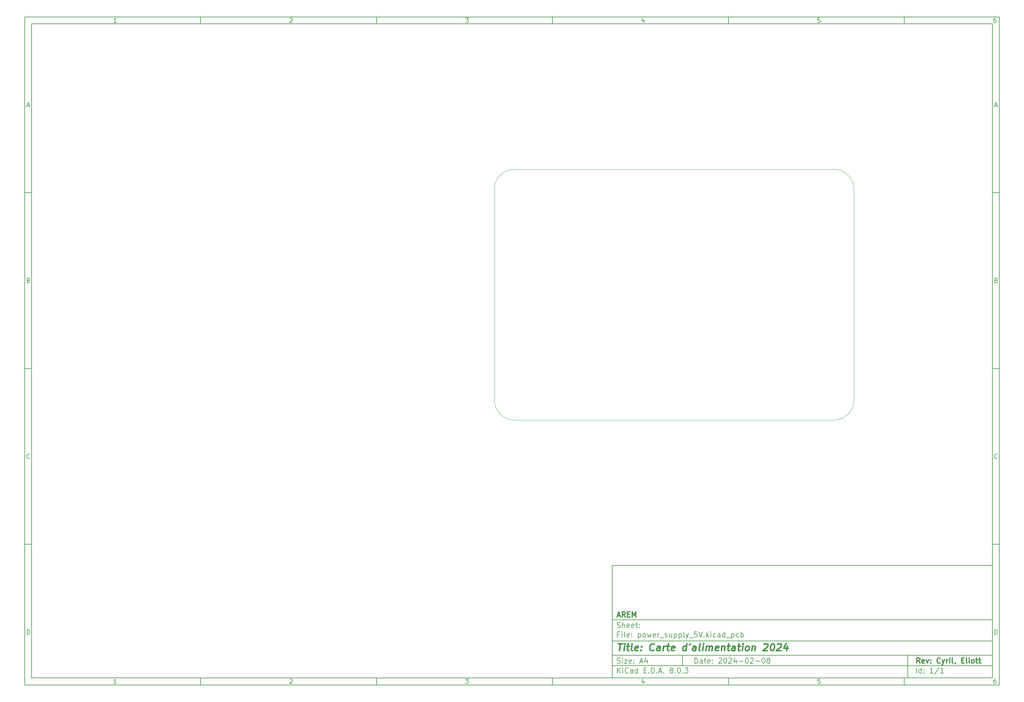
<source format=gbr>
%TF.GenerationSoftware,KiCad,Pcbnew,8.0.3*%
%TF.CreationDate,2024-09-28T16:10:37+02:00*%
%TF.ProjectId,power_supply_5V,706f7765-725f-4737-9570-706c795f3556,Cyril_ Eliott*%
%TF.SameCoordinates,Original*%
%TF.FileFunction,Profile,NP*%
%FSLAX46Y46*%
G04 Gerber Fmt 4.6, Leading zero omitted, Abs format (unit mm)*
G04 Created by KiCad (PCBNEW 8.0.3) date 2024-09-28 16:10:37*
%MOMM*%
%LPD*%
G01*
G04 APERTURE LIST*
%ADD10C,0.100000*%
%ADD11C,0.150000*%
%ADD12C,0.300000*%
%ADD13C,0.400000*%
%TA.AperFunction,Profile*%
%ADD14C,0.100000*%
%TD*%
G04 APERTURE END LIST*
D10*
D11*
X177002200Y-166007200D02*
X285002200Y-166007200D01*
X285002200Y-198007200D01*
X177002200Y-198007200D01*
X177002200Y-166007200D01*
D10*
D11*
X10000000Y-10000000D02*
X287002200Y-10000000D01*
X287002200Y-200007200D01*
X10000000Y-200007200D01*
X10000000Y-10000000D01*
D10*
D11*
X12000000Y-12000000D02*
X285002200Y-12000000D01*
X285002200Y-198007200D01*
X12000000Y-198007200D01*
X12000000Y-12000000D01*
D10*
D11*
X60000000Y-12000000D02*
X60000000Y-10000000D01*
D10*
D11*
X110000000Y-12000000D02*
X110000000Y-10000000D01*
D10*
D11*
X160000000Y-12000000D02*
X160000000Y-10000000D01*
D10*
D11*
X210000000Y-12000000D02*
X210000000Y-10000000D01*
D10*
D11*
X260000000Y-12000000D02*
X260000000Y-10000000D01*
D10*
D11*
X36089160Y-11593604D02*
X35346303Y-11593604D01*
X35717731Y-11593604D02*
X35717731Y-10293604D01*
X35717731Y-10293604D02*
X35593922Y-10479319D01*
X35593922Y-10479319D02*
X35470112Y-10603128D01*
X35470112Y-10603128D02*
X35346303Y-10665033D01*
D10*
D11*
X85346303Y-10417414D02*
X85408207Y-10355509D01*
X85408207Y-10355509D02*
X85532017Y-10293604D01*
X85532017Y-10293604D02*
X85841541Y-10293604D01*
X85841541Y-10293604D02*
X85965350Y-10355509D01*
X85965350Y-10355509D02*
X86027255Y-10417414D01*
X86027255Y-10417414D02*
X86089160Y-10541223D01*
X86089160Y-10541223D02*
X86089160Y-10665033D01*
X86089160Y-10665033D02*
X86027255Y-10850747D01*
X86027255Y-10850747D02*
X85284398Y-11593604D01*
X85284398Y-11593604D02*
X86089160Y-11593604D01*
D10*
D11*
X135284398Y-10293604D02*
X136089160Y-10293604D01*
X136089160Y-10293604D02*
X135655826Y-10788842D01*
X135655826Y-10788842D02*
X135841541Y-10788842D01*
X135841541Y-10788842D02*
X135965350Y-10850747D01*
X135965350Y-10850747D02*
X136027255Y-10912652D01*
X136027255Y-10912652D02*
X136089160Y-11036461D01*
X136089160Y-11036461D02*
X136089160Y-11345985D01*
X136089160Y-11345985D02*
X136027255Y-11469795D01*
X136027255Y-11469795D02*
X135965350Y-11531700D01*
X135965350Y-11531700D02*
X135841541Y-11593604D01*
X135841541Y-11593604D02*
X135470112Y-11593604D01*
X135470112Y-11593604D02*
X135346303Y-11531700D01*
X135346303Y-11531700D02*
X135284398Y-11469795D01*
D10*
D11*
X185965350Y-10726938D02*
X185965350Y-11593604D01*
X185655826Y-10231700D02*
X185346303Y-11160271D01*
X185346303Y-11160271D02*
X186151064Y-11160271D01*
D10*
D11*
X236027255Y-10293604D02*
X235408207Y-10293604D01*
X235408207Y-10293604D02*
X235346303Y-10912652D01*
X235346303Y-10912652D02*
X235408207Y-10850747D01*
X235408207Y-10850747D02*
X235532017Y-10788842D01*
X235532017Y-10788842D02*
X235841541Y-10788842D01*
X235841541Y-10788842D02*
X235965350Y-10850747D01*
X235965350Y-10850747D02*
X236027255Y-10912652D01*
X236027255Y-10912652D02*
X236089160Y-11036461D01*
X236089160Y-11036461D02*
X236089160Y-11345985D01*
X236089160Y-11345985D02*
X236027255Y-11469795D01*
X236027255Y-11469795D02*
X235965350Y-11531700D01*
X235965350Y-11531700D02*
X235841541Y-11593604D01*
X235841541Y-11593604D02*
X235532017Y-11593604D01*
X235532017Y-11593604D02*
X235408207Y-11531700D01*
X235408207Y-11531700D02*
X235346303Y-11469795D01*
D10*
D11*
X285965350Y-10293604D02*
X285717731Y-10293604D01*
X285717731Y-10293604D02*
X285593922Y-10355509D01*
X285593922Y-10355509D02*
X285532017Y-10417414D01*
X285532017Y-10417414D02*
X285408207Y-10603128D01*
X285408207Y-10603128D02*
X285346303Y-10850747D01*
X285346303Y-10850747D02*
X285346303Y-11345985D01*
X285346303Y-11345985D02*
X285408207Y-11469795D01*
X285408207Y-11469795D02*
X285470112Y-11531700D01*
X285470112Y-11531700D02*
X285593922Y-11593604D01*
X285593922Y-11593604D02*
X285841541Y-11593604D01*
X285841541Y-11593604D02*
X285965350Y-11531700D01*
X285965350Y-11531700D02*
X286027255Y-11469795D01*
X286027255Y-11469795D02*
X286089160Y-11345985D01*
X286089160Y-11345985D02*
X286089160Y-11036461D01*
X286089160Y-11036461D02*
X286027255Y-10912652D01*
X286027255Y-10912652D02*
X285965350Y-10850747D01*
X285965350Y-10850747D02*
X285841541Y-10788842D01*
X285841541Y-10788842D02*
X285593922Y-10788842D01*
X285593922Y-10788842D02*
X285470112Y-10850747D01*
X285470112Y-10850747D02*
X285408207Y-10912652D01*
X285408207Y-10912652D02*
X285346303Y-11036461D01*
D10*
D11*
X60000000Y-198007200D02*
X60000000Y-200007200D01*
D10*
D11*
X110000000Y-198007200D02*
X110000000Y-200007200D01*
D10*
D11*
X160000000Y-198007200D02*
X160000000Y-200007200D01*
D10*
D11*
X210000000Y-198007200D02*
X210000000Y-200007200D01*
D10*
D11*
X260000000Y-198007200D02*
X260000000Y-200007200D01*
D10*
D11*
X36089160Y-199600804D02*
X35346303Y-199600804D01*
X35717731Y-199600804D02*
X35717731Y-198300804D01*
X35717731Y-198300804D02*
X35593922Y-198486519D01*
X35593922Y-198486519D02*
X35470112Y-198610328D01*
X35470112Y-198610328D02*
X35346303Y-198672233D01*
D10*
D11*
X85346303Y-198424614D02*
X85408207Y-198362709D01*
X85408207Y-198362709D02*
X85532017Y-198300804D01*
X85532017Y-198300804D02*
X85841541Y-198300804D01*
X85841541Y-198300804D02*
X85965350Y-198362709D01*
X85965350Y-198362709D02*
X86027255Y-198424614D01*
X86027255Y-198424614D02*
X86089160Y-198548423D01*
X86089160Y-198548423D02*
X86089160Y-198672233D01*
X86089160Y-198672233D02*
X86027255Y-198857947D01*
X86027255Y-198857947D02*
X85284398Y-199600804D01*
X85284398Y-199600804D02*
X86089160Y-199600804D01*
D10*
D11*
X135284398Y-198300804D02*
X136089160Y-198300804D01*
X136089160Y-198300804D02*
X135655826Y-198796042D01*
X135655826Y-198796042D02*
X135841541Y-198796042D01*
X135841541Y-198796042D02*
X135965350Y-198857947D01*
X135965350Y-198857947D02*
X136027255Y-198919852D01*
X136027255Y-198919852D02*
X136089160Y-199043661D01*
X136089160Y-199043661D02*
X136089160Y-199353185D01*
X136089160Y-199353185D02*
X136027255Y-199476995D01*
X136027255Y-199476995D02*
X135965350Y-199538900D01*
X135965350Y-199538900D02*
X135841541Y-199600804D01*
X135841541Y-199600804D02*
X135470112Y-199600804D01*
X135470112Y-199600804D02*
X135346303Y-199538900D01*
X135346303Y-199538900D02*
X135284398Y-199476995D01*
D10*
D11*
X185965350Y-198734138D02*
X185965350Y-199600804D01*
X185655826Y-198238900D02*
X185346303Y-199167471D01*
X185346303Y-199167471D02*
X186151064Y-199167471D01*
D10*
D11*
X236027255Y-198300804D02*
X235408207Y-198300804D01*
X235408207Y-198300804D02*
X235346303Y-198919852D01*
X235346303Y-198919852D02*
X235408207Y-198857947D01*
X235408207Y-198857947D02*
X235532017Y-198796042D01*
X235532017Y-198796042D02*
X235841541Y-198796042D01*
X235841541Y-198796042D02*
X235965350Y-198857947D01*
X235965350Y-198857947D02*
X236027255Y-198919852D01*
X236027255Y-198919852D02*
X236089160Y-199043661D01*
X236089160Y-199043661D02*
X236089160Y-199353185D01*
X236089160Y-199353185D02*
X236027255Y-199476995D01*
X236027255Y-199476995D02*
X235965350Y-199538900D01*
X235965350Y-199538900D02*
X235841541Y-199600804D01*
X235841541Y-199600804D02*
X235532017Y-199600804D01*
X235532017Y-199600804D02*
X235408207Y-199538900D01*
X235408207Y-199538900D02*
X235346303Y-199476995D01*
D10*
D11*
X285965350Y-198300804D02*
X285717731Y-198300804D01*
X285717731Y-198300804D02*
X285593922Y-198362709D01*
X285593922Y-198362709D02*
X285532017Y-198424614D01*
X285532017Y-198424614D02*
X285408207Y-198610328D01*
X285408207Y-198610328D02*
X285346303Y-198857947D01*
X285346303Y-198857947D02*
X285346303Y-199353185D01*
X285346303Y-199353185D02*
X285408207Y-199476995D01*
X285408207Y-199476995D02*
X285470112Y-199538900D01*
X285470112Y-199538900D02*
X285593922Y-199600804D01*
X285593922Y-199600804D02*
X285841541Y-199600804D01*
X285841541Y-199600804D02*
X285965350Y-199538900D01*
X285965350Y-199538900D02*
X286027255Y-199476995D01*
X286027255Y-199476995D02*
X286089160Y-199353185D01*
X286089160Y-199353185D02*
X286089160Y-199043661D01*
X286089160Y-199043661D02*
X286027255Y-198919852D01*
X286027255Y-198919852D02*
X285965350Y-198857947D01*
X285965350Y-198857947D02*
X285841541Y-198796042D01*
X285841541Y-198796042D02*
X285593922Y-198796042D01*
X285593922Y-198796042D02*
X285470112Y-198857947D01*
X285470112Y-198857947D02*
X285408207Y-198919852D01*
X285408207Y-198919852D02*
X285346303Y-199043661D01*
D10*
D11*
X10000000Y-60000000D02*
X12000000Y-60000000D01*
D10*
D11*
X10000000Y-110000000D02*
X12000000Y-110000000D01*
D10*
D11*
X10000000Y-160000000D02*
X12000000Y-160000000D01*
D10*
D11*
X10690476Y-35222176D02*
X11309523Y-35222176D01*
X10566666Y-35593604D02*
X10999999Y-34293604D01*
X10999999Y-34293604D02*
X11433333Y-35593604D01*
D10*
D11*
X11092857Y-84912652D02*
X11278571Y-84974557D01*
X11278571Y-84974557D02*
X11340476Y-85036461D01*
X11340476Y-85036461D02*
X11402380Y-85160271D01*
X11402380Y-85160271D02*
X11402380Y-85345985D01*
X11402380Y-85345985D02*
X11340476Y-85469795D01*
X11340476Y-85469795D02*
X11278571Y-85531700D01*
X11278571Y-85531700D02*
X11154761Y-85593604D01*
X11154761Y-85593604D02*
X10659523Y-85593604D01*
X10659523Y-85593604D02*
X10659523Y-84293604D01*
X10659523Y-84293604D02*
X11092857Y-84293604D01*
X11092857Y-84293604D02*
X11216666Y-84355509D01*
X11216666Y-84355509D02*
X11278571Y-84417414D01*
X11278571Y-84417414D02*
X11340476Y-84541223D01*
X11340476Y-84541223D02*
X11340476Y-84665033D01*
X11340476Y-84665033D02*
X11278571Y-84788842D01*
X11278571Y-84788842D02*
X11216666Y-84850747D01*
X11216666Y-84850747D02*
X11092857Y-84912652D01*
X11092857Y-84912652D02*
X10659523Y-84912652D01*
D10*
D11*
X11402380Y-135469795D02*
X11340476Y-135531700D01*
X11340476Y-135531700D02*
X11154761Y-135593604D01*
X11154761Y-135593604D02*
X11030952Y-135593604D01*
X11030952Y-135593604D02*
X10845238Y-135531700D01*
X10845238Y-135531700D02*
X10721428Y-135407890D01*
X10721428Y-135407890D02*
X10659523Y-135284080D01*
X10659523Y-135284080D02*
X10597619Y-135036461D01*
X10597619Y-135036461D02*
X10597619Y-134850747D01*
X10597619Y-134850747D02*
X10659523Y-134603128D01*
X10659523Y-134603128D02*
X10721428Y-134479319D01*
X10721428Y-134479319D02*
X10845238Y-134355509D01*
X10845238Y-134355509D02*
X11030952Y-134293604D01*
X11030952Y-134293604D02*
X11154761Y-134293604D01*
X11154761Y-134293604D02*
X11340476Y-134355509D01*
X11340476Y-134355509D02*
X11402380Y-134417414D01*
D10*
D11*
X10659523Y-185593604D02*
X10659523Y-184293604D01*
X10659523Y-184293604D02*
X10969047Y-184293604D01*
X10969047Y-184293604D02*
X11154761Y-184355509D01*
X11154761Y-184355509D02*
X11278571Y-184479319D01*
X11278571Y-184479319D02*
X11340476Y-184603128D01*
X11340476Y-184603128D02*
X11402380Y-184850747D01*
X11402380Y-184850747D02*
X11402380Y-185036461D01*
X11402380Y-185036461D02*
X11340476Y-185284080D01*
X11340476Y-185284080D02*
X11278571Y-185407890D01*
X11278571Y-185407890D02*
X11154761Y-185531700D01*
X11154761Y-185531700D02*
X10969047Y-185593604D01*
X10969047Y-185593604D02*
X10659523Y-185593604D01*
D10*
D11*
X287002200Y-60000000D02*
X285002200Y-60000000D01*
D10*
D11*
X287002200Y-110000000D02*
X285002200Y-110000000D01*
D10*
D11*
X287002200Y-160000000D02*
X285002200Y-160000000D01*
D10*
D11*
X285692676Y-35222176D02*
X286311723Y-35222176D01*
X285568866Y-35593604D02*
X286002199Y-34293604D01*
X286002199Y-34293604D02*
X286435533Y-35593604D01*
D10*
D11*
X286095057Y-84912652D02*
X286280771Y-84974557D01*
X286280771Y-84974557D02*
X286342676Y-85036461D01*
X286342676Y-85036461D02*
X286404580Y-85160271D01*
X286404580Y-85160271D02*
X286404580Y-85345985D01*
X286404580Y-85345985D02*
X286342676Y-85469795D01*
X286342676Y-85469795D02*
X286280771Y-85531700D01*
X286280771Y-85531700D02*
X286156961Y-85593604D01*
X286156961Y-85593604D02*
X285661723Y-85593604D01*
X285661723Y-85593604D02*
X285661723Y-84293604D01*
X285661723Y-84293604D02*
X286095057Y-84293604D01*
X286095057Y-84293604D02*
X286218866Y-84355509D01*
X286218866Y-84355509D02*
X286280771Y-84417414D01*
X286280771Y-84417414D02*
X286342676Y-84541223D01*
X286342676Y-84541223D02*
X286342676Y-84665033D01*
X286342676Y-84665033D02*
X286280771Y-84788842D01*
X286280771Y-84788842D02*
X286218866Y-84850747D01*
X286218866Y-84850747D02*
X286095057Y-84912652D01*
X286095057Y-84912652D02*
X285661723Y-84912652D01*
D10*
D11*
X286404580Y-135469795D02*
X286342676Y-135531700D01*
X286342676Y-135531700D02*
X286156961Y-135593604D01*
X286156961Y-135593604D02*
X286033152Y-135593604D01*
X286033152Y-135593604D02*
X285847438Y-135531700D01*
X285847438Y-135531700D02*
X285723628Y-135407890D01*
X285723628Y-135407890D02*
X285661723Y-135284080D01*
X285661723Y-135284080D02*
X285599819Y-135036461D01*
X285599819Y-135036461D02*
X285599819Y-134850747D01*
X285599819Y-134850747D02*
X285661723Y-134603128D01*
X285661723Y-134603128D02*
X285723628Y-134479319D01*
X285723628Y-134479319D02*
X285847438Y-134355509D01*
X285847438Y-134355509D02*
X286033152Y-134293604D01*
X286033152Y-134293604D02*
X286156961Y-134293604D01*
X286156961Y-134293604D02*
X286342676Y-134355509D01*
X286342676Y-134355509D02*
X286404580Y-134417414D01*
D10*
D11*
X285661723Y-185593604D02*
X285661723Y-184293604D01*
X285661723Y-184293604D02*
X285971247Y-184293604D01*
X285971247Y-184293604D02*
X286156961Y-184355509D01*
X286156961Y-184355509D02*
X286280771Y-184479319D01*
X286280771Y-184479319D02*
X286342676Y-184603128D01*
X286342676Y-184603128D02*
X286404580Y-184850747D01*
X286404580Y-184850747D02*
X286404580Y-185036461D01*
X286404580Y-185036461D02*
X286342676Y-185284080D01*
X286342676Y-185284080D02*
X286280771Y-185407890D01*
X286280771Y-185407890D02*
X286156961Y-185531700D01*
X286156961Y-185531700D02*
X285971247Y-185593604D01*
X285971247Y-185593604D02*
X285661723Y-185593604D01*
D10*
D11*
X200458026Y-193793328D02*
X200458026Y-192293328D01*
X200458026Y-192293328D02*
X200815169Y-192293328D01*
X200815169Y-192293328D02*
X201029455Y-192364757D01*
X201029455Y-192364757D02*
X201172312Y-192507614D01*
X201172312Y-192507614D02*
X201243741Y-192650471D01*
X201243741Y-192650471D02*
X201315169Y-192936185D01*
X201315169Y-192936185D02*
X201315169Y-193150471D01*
X201315169Y-193150471D02*
X201243741Y-193436185D01*
X201243741Y-193436185D02*
X201172312Y-193579042D01*
X201172312Y-193579042D02*
X201029455Y-193721900D01*
X201029455Y-193721900D02*
X200815169Y-193793328D01*
X200815169Y-193793328D02*
X200458026Y-193793328D01*
X202600884Y-193793328D02*
X202600884Y-193007614D01*
X202600884Y-193007614D02*
X202529455Y-192864757D01*
X202529455Y-192864757D02*
X202386598Y-192793328D01*
X202386598Y-192793328D02*
X202100884Y-192793328D01*
X202100884Y-192793328D02*
X201958026Y-192864757D01*
X202600884Y-193721900D02*
X202458026Y-193793328D01*
X202458026Y-193793328D02*
X202100884Y-193793328D01*
X202100884Y-193793328D02*
X201958026Y-193721900D01*
X201958026Y-193721900D02*
X201886598Y-193579042D01*
X201886598Y-193579042D02*
X201886598Y-193436185D01*
X201886598Y-193436185D02*
X201958026Y-193293328D01*
X201958026Y-193293328D02*
X202100884Y-193221900D01*
X202100884Y-193221900D02*
X202458026Y-193221900D01*
X202458026Y-193221900D02*
X202600884Y-193150471D01*
X203100884Y-192793328D02*
X203672312Y-192793328D01*
X203315169Y-192293328D02*
X203315169Y-193579042D01*
X203315169Y-193579042D02*
X203386598Y-193721900D01*
X203386598Y-193721900D02*
X203529455Y-193793328D01*
X203529455Y-193793328D02*
X203672312Y-193793328D01*
X204743741Y-193721900D02*
X204600884Y-193793328D01*
X204600884Y-193793328D02*
X204315170Y-193793328D01*
X204315170Y-193793328D02*
X204172312Y-193721900D01*
X204172312Y-193721900D02*
X204100884Y-193579042D01*
X204100884Y-193579042D02*
X204100884Y-193007614D01*
X204100884Y-193007614D02*
X204172312Y-192864757D01*
X204172312Y-192864757D02*
X204315170Y-192793328D01*
X204315170Y-192793328D02*
X204600884Y-192793328D01*
X204600884Y-192793328D02*
X204743741Y-192864757D01*
X204743741Y-192864757D02*
X204815170Y-193007614D01*
X204815170Y-193007614D02*
X204815170Y-193150471D01*
X204815170Y-193150471D02*
X204100884Y-193293328D01*
X205458026Y-193650471D02*
X205529455Y-193721900D01*
X205529455Y-193721900D02*
X205458026Y-193793328D01*
X205458026Y-193793328D02*
X205386598Y-193721900D01*
X205386598Y-193721900D02*
X205458026Y-193650471D01*
X205458026Y-193650471D02*
X205458026Y-193793328D01*
X205458026Y-192864757D02*
X205529455Y-192936185D01*
X205529455Y-192936185D02*
X205458026Y-193007614D01*
X205458026Y-193007614D02*
X205386598Y-192936185D01*
X205386598Y-192936185D02*
X205458026Y-192864757D01*
X205458026Y-192864757D02*
X205458026Y-193007614D01*
X207243741Y-192436185D02*
X207315169Y-192364757D01*
X207315169Y-192364757D02*
X207458027Y-192293328D01*
X207458027Y-192293328D02*
X207815169Y-192293328D01*
X207815169Y-192293328D02*
X207958027Y-192364757D01*
X207958027Y-192364757D02*
X208029455Y-192436185D01*
X208029455Y-192436185D02*
X208100884Y-192579042D01*
X208100884Y-192579042D02*
X208100884Y-192721900D01*
X208100884Y-192721900D02*
X208029455Y-192936185D01*
X208029455Y-192936185D02*
X207172312Y-193793328D01*
X207172312Y-193793328D02*
X208100884Y-193793328D01*
X209029455Y-192293328D02*
X209172312Y-192293328D01*
X209172312Y-192293328D02*
X209315169Y-192364757D01*
X209315169Y-192364757D02*
X209386598Y-192436185D01*
X209386598Y-192436185D02*
X209458026Y-192579042D01*
X209458026Y-192579042D02*
X209529455Y-192864757D01*
X209529455Y-192864757D02*
X209529455Y-193221900D01*
X209529455Y-193221900D02*
X209458026Y-193507614D01*
X209458026Y-193507614D02*
X209386598Y-193650471D01*
X209386598Y-193650471D02*
X209315169Y-193721900D01*
X209315169Y-193721900D02*
X209172312Y-193793328D01*
X209172312Y-193793328D02*
X209029455Y-193793328D01*
X209029455Y-193793328D02*
X208886598Y-193721900D01*
X208886598Y-193721900D02*
X208815169Y-193650471D01*
X208815169Y-193650471D02*
X208743740Y-193507614D01*
X208743740Y-193507614D02*
X208672312Y-193221900D01*
X208672312Y-193221900D02*
X208672312Y-192864757D01*
X208672312Y-192864757D02*
X208743740Y-192579042D01*
X208743740Y-192579042D02*
X208815169Y-192436185D01*
X208815169Y-192436185D02*
X208886598Y-192364757D01*
X208886598Y-192364757D02*
X209029455Y-192293328D01*
X210100883Y-192436185D02*
X210172311Y-192364757D01*
X210172311Y-192364757D02*
X210315169Y-192293328D01*
X210315169Y-192293328D02*
X210672311Y-192293328D01*
X210672311Y-192293328D02*
X210815169Y-192364757D01*
X210815169Y-192364757D02*
X210886597Y-192436185D01*
X210886597Y-192436185D02*
X210958026Y-192579042D01*
X210958026Y-192579042D02*
X210958026Y-192721900D01*
X210958026Y-192721900D02*
X210886597Y-192936185D01*
X210886597Y-192936185D02*
X210029454Y-193793328D01*
X210029454Y-193793328D02*
X210958026Y-193793328D01*
X212243740Y-192793328D02*
X212243740Y-193793328D01*
X211886597Y-192221900D02*
X211529454Y-193293328D01*
X211529454Y-193293328D02*
X212458025Y-193293328D01*
X213029453Y-193221900D02*
X214172311Y-193221900D01*
X215172311Y-192293328D02*
X215315168Y-192293328D01*
X215315168Y-192293328D02*
X215458025Y-192364757D01*
X215458025Y-192364757D02*
X215529454Y-192436185D01*
X215529454Y-192436185D02*
X215600882Y-192579042D01*
X215600882Y-192579042D02*
X215672311Y-192864757D01*
X215672311Y-192864757D02*
X215672311Y-193221900D01*
X215672311Y-193221900D02*
X215600882Y-193507614D01*
X215600882Y-193507614D02*
X215529454Y-193650471D01*
X215529454Y-193650471D02*
X215458025Y-193721900D01*
X215458025Y-193721900D02*
X215315168Y-193793328D01*
X215315168Y-193793328D02*
X215172311Y-193793328D01*
X215172311Y-193793328D02*
X215029454Y-193721900D01*
X215029454Y-193721900D02*
X214958025Y-193650471D01*
X214958025Y-193650471D02*
X214886596Y-193507614D01*
X214886596Y-193507614D02*
X214815168Y-193221900D01*
X214815168Y-193221900D02*
X214815168Y-192864757D01*
X214815168Y-192864757D02*
X214886596Y-192579042D01*
X214886596Y-192579042D02*
X214958025Y-192436185D01*
X214958025Y-192436185D02*
X215029454Y-192364757D01*
X215029454Y-192364757D02*
X215172311Y-192293328D01*
X216243739Y-192436185D02*
X216315167Y-192364757D01*
X216315167Y-192364757D02*
X216458025Y-192293328D01*
X216458025Y-192293328D02*
X216815167Y-192293328D01*
X216815167Y-192293328D02*
X216958025Y-192364757D01*
X216958025Y-192364757D02*
X217029453Y-192436185D01*
X217029453Y-192436185D02*
X217100882Y-192579042D01*
X217100882Y-192579042D02*
X217100882Y-192721900D01*
X217100882Y-192721900D02*
X217029453Y-192936185D01*
X217029453Y-192936185D02*
X216172310Y-193793328D01*
X216172310Y-193793328D02*
X217100882Y-193793328D01*
X217743738Y-193221900D02*
X218886596Y-193221900D01*
X219886596Y-192293328D02*
X220029453Y-192293328D01*
X220029453Y-192293328D02*
X220172310Y-192364757D01*
X220172310Y-192364757D02*
X220243739Y-192436185D01*
X220243739Y-192436185D02*
X220315167Y-192579042D01*
X220315167Y-192579042D02*
X220386596Y-192864757D01*
X220386596Y-192864757D02*
X220386596Y-193221900D01*
X220386596Y-193221900D02*
X220315167Y-193507614D01*
X220315167Y-193507614D02*
X220243739Y-193650471D01*
X220243739Y-193650471D02*
X220172310Y-193721900D01*
X220172310Y-193721900D02*
X220029453Y-193793328D01*
X220029453Y-193793328D02*
X219886596Y-193793328D01*
X219886596Y-193793328D02*
X219743739Y-193721900D01*
X219743739Y-193721900D02*
X219672310Y-193650471D01*
X219672310Y-193650471D02*
X219600881Y-193507614D01*
X219600881Y-193507614D02*
X219529453Y-193221900D01*
X219529453Y-193221900D02*
X219529453Y-192864757D01*
X219529453Y-192864757D02*
X219600881Y-192579042D01*
X219600881Y-192579042D02*
X219672310Y-192436185D01*
X219672310Y-192436185D02*
X219743739Y-192364757D01*
X219743739Y-192364757D02*
X219886596Y-192293328D01*
X221243738Y-192936185D02*
X221100881Y-192864757D01*
X221100881Y-192864757D02*
X221029452Y-192793328D01*
X221029452Y-192793328D02*
X220958024Y-192650471D01*
X220958024Y-192650471D02*
X220958024Y-192579042D01*
X220958024Y-192579042D02*
X221029452Y-192436185D01*
X221029452Y-192436185D02*
X221100881Y-192364757D01*
X221100881Y-192364757D02*
X221243738Y-192293328D01*
X221243738Y-192293328D02*
X221529452Y-192293328D01*
X221529452Y-192293328D02*
X221672310Y-192364757D01*
X221672310Y-192364757D02*
X221743738Y-192436185D01*
X221743738Y-192436185D02*
X221815167Y-192579042D01*
X221815167Y-192579042D02*
X221815167Y-192650471D01*
X221815167Y-192650471D02*
X221743738Y-192793328D01*
X221743738Y-192793328D02*
X221672310Y-192864757D01*
X221672310Y-192864757D02*
X221529452Y-192936185D01*
X221529452Y-192936185D02*
X221243738Y-192936185D01*
X221243738Y-192936185D02*
X221100881Y-193007614D01*
X221100881Y-193007614D02*
X221029452Y-193079042D01*
X221029452Y-193079042D02*
X220958024Y-193221900D01*
X220958024Y-193221900D02*
X220958024Y-193507614D01*
X220958024Y-193507614D02*
X221029452Y-193650471D01*
X221029452Y-193650471D02*
X221100881Y-193721900D01*
X221100881Y-193721900D02*
X221243738Y-193793328D01*
X221243738Y-193793328D02*
X221529452Y-193793328D01*
X221529452Y-193793328D02*
X221672310Y-193721900D01*
X221672310Y-193721900D02*
X221743738Y-193650471D01*
X221743738Y-193650471D02*
X221815167Y-193507614D01*
X221815167Y-193507614D02*
X221815167Y-193221900D01*
X221815167Y-193221900D02*
X221743738Y-193079042D01*
X221743738Y-193079042D02*
X221672310Y-193007614D01*
X221672310Y-193007614D02*
X221529452Y-192936185D01*
D10*
D11*
X177002200Y-194507200D02*
X285002200Y-194507200D01*
D10*
D11*
X178458026Y-196593328D02*
X178458026Y-195093328D01*
X179315169Y-196593328D02*
X178672312Y-195736185D01*
X179315169Y-195093328D02*
X178458026Y-195950471D01*
X179958026Y-196593328D02*
X179958026Y-195593328D01*
X179958026Y-195093328D02*
X179886598Y-195164757D01*
X179886598Y-195164757D02*
X179958026Y-195236185D01*
X179958026Y-195236185D02*
X180029455Y-195164757D01*
X180029455Y-195164757D02*
X179958026Y-195093328D01*
X179958026Y-195093328D02*
X179958026Y-195236185D01*
X181529455Y-196450471D02*
X181458027Y-196521900D01*
X181458027Y-196521900D02*
X181243741Y-196593328D01*
X181243741Y-196593328D02*
X181100884Y-196593328D01*
X181100884Y-196593328D02*
X180886598Y-196521900D01*
X180886598Y-196521900D02*
X180743741Y-196379042D01*
X180743741Y-196379042D02*
X180672312Y-196236185D01*
X180672312Y-196236185D02*
X180600884Y-195950471D01*
X180600884Y-195950471D02*
X180600884Y-195736185D01*
X180600884Y-195736185D02*
X180672312Y-195450471D01*
X180672312Y-195450471D02*
X180743741Y-195307614D01*
X180743741Y-195307614D02*
X180886598Y-195164757D01*
X180886598Y-195164757D02*
X181100884Y-195093328D01*
X181100884Y-195093328D02*
X181243741Y-195093328D01*
X181243741Y-195093328D02*
X181458027Y-195164757D01*
X181458027Y-195164757D02*
X181529455Y-195236185D01*
X182815170Y-196593328D02*
X182815170Y-195807614D01*
X182815170Y-195807614D02*
X182743741Y-195664757D01*
X182743741Y-195664757D02*
X182600884Y-195593328D01*
X182600884Y-195593328D02*
X182315170Y-195593328D01*
X182315170Y-195593328D02*
X182172312Y-195664757D01*
X182815170Y-196521900D02*
X182672312Y-196593328D01*
X182672312Y-196593328D02*
X182315170Y-196593328D01*
X182315170Y-196593328D02*
X182172312Y-196521900D01*
X182172312Y-196521900D02*
X182100884Y-196379042D01*
X182100884Y-196379042D02*
X182100884Y-196236185D01*
X182100884Y-196236185D02*
X182172312Y-196093328D01*
X182172312Y-196093328D02*
X182315170Y-196021900D01*
X182315170Y-196021900D02*
X182672312Y-196021900D01*
X182672312Y-196021900D02*
X182815170Y-195950471D01*
X184172313Y-196593328D02*
X184172313Y-195093328D01*
X184172313Y-196521900D02*
X184029455Y-196593328D01*
X184029455Y-196593328D02*
X183743741Y-196593328D01*
X183743741Y-196593328D02*
X183600884Y-196521900D01*
X183600884Y-196521900D02*
X183529455Y-196450471D01*
X183529455Y-196450471D02*
X183458027Y-196307614D01*
X183458027Y-196307614D02*
X183458027Y-195879042D01*
X183458027Y-195879042D02*
X183529455Y-195736185D01*
X183529455Y-195736185D02*
X183600884Y-195664757D01*
X183600884Y-195664757D02*
X183743741Y-195593328D01*
X183743741Y-195593328D02*
X184029455Y-195593328D01*
X184029455Y-195593328D02*
X184172313Y-195664757D01*
X186029455Y-195807614D02*
X186529455Y-195807614D01*
X186743741Y-196593328D02*
X186029455Y-196593328D01*
X186029455Y-196593328D02*
X186029455Y-195093328D01*
X186029455Y-195093328D02*
X186743741Y-195093328D01*
X187386598Y-196450471D02*
X187458027Y-196521900D01*
X187458027Y-196521900D02*
X187386598Y-196593328D01*
X187386598Y-196593328D02*
X187315170Y-196521900D01*
X187315170Y-196521900D02*
X187386598Y-196450471D01*
X187386598Y-196450471D02*
X187386598Y-196593328D01*
X188100884Y-196593328D02*
X188100884Y-195093328D01*
X188100884Y-195093328D02*
X188458027Y-195093328D01*
X188458027Y-195093328D02*
X188672313Y-195164757D01*
X188672313Y-195164757D02*
X188815170Y-195307614D01*
X188815170Y-195307614D02*
X188886599Y-195450471D01*
X188886599Y-195450471D02*
X188958027Y-195736185D01*
X188958027Y-195736185D02*
X188958027Y-195950471D01*
X188958027Y-195950471D02*
X188886599Y-196236185D01*
X188886599Y-196236185D02*
X188815170Y-196379042D01*
X188815170Y-196379042D02*
X188672313Y-196521900D01*
X188672313Y-196521900D02*
X188458027Y-196593328D01*
X188458027Y-196593328D02*
X188100884Y-196593328D01*
X189600884Y-196450471D02*
X189672313Y-196521900D01*
X189672313Y-196521900D02*
X189600884Y-196593328D01*
X189600884Y-196593328D02*
X189529456Y-196521900D01*
X189529456Y-196521900D02*
X189600884Y-196450471D01*
X189600884Y-196450471D02*
X189600884Y-196593328D01*
X190243742Y-196164757D02*
X190958028Y-196164757D01*
X190100885Y-196593328D02*
X190600885Y-195093328D01*
X190600885Y-195093328D02*
X191100885Y-196593328D01*
X191600884Y-196450471D02*
X191672313Y-196521900D01*
X191672313Y-196521900D02*
X191600884Y-196593328D01*
X191600884Y-196593328D02*
X191529456Y-196521900D01*
X191529456Y-196521900D02*
X191600884Y-196450471D01*
X191600884Y-196450471D02*
X191600884Y-196593328D01*
X193672313Y-195736185D02*
X193529456Y-195664757D01*
X193529456Y-195664757D02*
X193458027Y-195593328D01*
X193458027Y-195593328D02*
X193386599Y-195450471D01*
X193386599Y-195450471D02*
X193386599Y-195379042D01*
X193386599Y-195379042D02*
X193458027Y-195236185D01*
X193458027Y-195236185D02*
X193529456Y-195164757D01*
X193529456Y-195164757D02*
X193672313Y-195093328D01*
X193672313Y-195093328D02*
X193958027Y-195093328D01*
X193958027Y-195093328D02*
X194100885Y-195164757D01*
X194100885Y-195164757D02*
X194172313Y-195236185D01*
X194172313Y-195236185D02*
X194243742Y-195379042D01*
X194243742Y-195379042D02*
X194243742Y-195450471D01*
X194243742Y-195450471D02*
X194172313Y-195593328D01*
X194172313Y-195593328D02*
X194100885Y-195664757D01*
X194100885Y-195664757D02*
X193958027Y-195736185D01*
X193958027Y-195736185D02*
X193672313Y-195736185D01*
X193672313Y-195736185D02*
X193529456Y-195807614D01*
X193529456Y-195807614D02*
X193458027Y-195879042D01*
X193458027Y-195879042D02*
X193386599Y-196021900D01*
X193386599Y-196021900D02*
X193386599Y-196307614D01*
X193386599Y-196307614D02*
X193458027Y-196450471D01*
X193458027Y-196450471D02*
X193529456Y-196521900D01*
X193529456Y-196521900D02*
X193672313Y-196593328D01*
X193672313Y-196593328D02*
X193958027Y-196593328D01*
X193958027Y-196593328D02*
X194100885Y-196521900D01*
X194100885Y-196521900D02*
X194172313Y-196450471D01*
X194172313Y-196450471D02*
X194243742Y-196307614D01*
X194243742Y-196307614D02*
X194243742Y-196021900D01*
X194243742Y-196021900D02*
X194172313Y-195879042D01*
X194172313Y-195879042D02*
X194100885Y-195807614D01*
X194100885Y-195807614D02*
X193958027Y-195736185D01*
X194886598Y-196450471D02*
X194958027Y-196521900D01*
X194958027Y-196521900D02*
X194886598Y-196593328D01*
X194886598Y-196593328D02*
X194815170Y-196521900D01*
X194815170Y-196521900D02*
X194886598Y-196450471D01*
X194886598Y-196450471D02*
X194886598Y-196593328D01*
X195886599Y-195093328D02*
X196029456Y-195093328D01*
X196029456Y-195093328D02*
X196172313Y-195164757D01*
X196172313Y-195164757D02*
X196243742Y-195236185D01*
X196243742Y-195236185D02*
X196315170Y-195379042D01*
X196315170Y-195379042D02*
X196386599Y-195664757D01*
X196386599Y-195664757D02*
X196386599Y-196021900D01*
X196386599Y-196021900D02*
X196315170Y-196307614D01*
X196315170Y-196307614D02*
X196243742Y-196450471D01*
X196243742Y-196450471D02*
X196172313Y-196521900D01*
X196172313Y-196521900D02*
X196029456Y-196593328D01*
X196029456Y-196593328D02*
X195886599Y-196593328D01*
X195886599Y-196593328D02*
X195743742Y-196521900D01*
X195743742Y-196521900D02*
X195672313Y-196450471D01*
X195672313Y-196450471D02*
X195600884Y-196307614D01*
X195600884Y-196307614D02*
X195529456Y-196021900D01*
X195529456Y-196021900D02*
X195529456Y-195664757D01*
X195529456Y-195664757D02*
X195600884Y-195379042D01*
X195600884Y-195379042D02*
X195672313Y-195236185D01*
X195672313Y-195236185D02*
X195743742Y-195164757D01*
X195743742Y-195164757D02*
X195886599Y-195093328D01*
X197029455Y-196450471D02*
X197100884Y-196521900D01*
X197100884Y-196521900D02*
X197029455Y-196593328D01*
X197029455Y-196593328D02*
X196958027Y-196521900D01*
X196958027Y-196521900D02*
X197029455Y-196450471D01*
X197029455Y-196450471D02*
X197029455Y-196593328D01*
X197600884Y-195093328D02*
X198529456Y-195093328D01*
X198529456Y-195093328D02*
X198029456Y-195664757D01*
X198029456Y-195664757D02*
X198243741Y-195664757D01*
X198243741Y-195664757D02*
X198386599Y-195736185D01*
X198386599Y-195736185D02*
X198458027Y-195807614D01*
X198458027Y-195807614D02*
X198529456Y-195950471D01*
X198529456Y-195950471D02*
X198529456Y-196307614D01*
X198529456Y-196307614D02*
X198458027Y-196450471D01*
X198458027Y-196450471D02*
X198386599Y-196521900D01*
X198386599Y-196521900D02*
X198243741Y-196593328D01*
X198243741Y-196593328D02*
X197815170Y-196593328D01*
X197815170Y-196593328D02*
X197672313Y-196521900D01*
X197672313Y-196521900D02*
X197600884Y-196450471D01*
D10*
D11*
X177002200Y-191507200D02*
X285002200Y-191507200D01*
D10*
D12*
X264413853Y-193785528D02*
X263913853Y-193071242D01*
X263556710Y-193785528D02*
X263556710Y-192285528D01*
X263556710Y-192285528D02*
X264128139Y-192285528D01*
X264128139Y-192285528D02*
X264270996Y-192356957D01*
X264270996Y-192356957D02*
X264342425Y-192428385D01*
X264342425Y-192428385D02*
X264413853Y-192571242D01*
X264413853Y-192571242D02*
X264413853Y-192785528D01*
X264413853Y-192785528D02*
X264342425Y-192928385D01*
X264342425Y-192928385D02*
X264270996Y-192999814D01*
X264270996Y-192999814D02*
X264128139Y-193071242D01*
X264128139Y-193071242D02*
X263556710Y-193071242D01*
X265628139Y-193714100D02*
X265485282Y-193785528D01*
X265485282Y-193785528D02*
X265199568Y-193785528D01*
X265199568Y-193785528D02*
X265056710Y-193714100D01*
X265056710Y-193714100D02*
X264985282Y-193571242D01*
X264985282Y-193571242D02*
X264985282Y-192999814D01*
X264985282Y-192999814D02*
X265056710Y-192856957D01*
X265056710Y-192856957D02*
X265199568Y-192785528D01*
X265199568Y-192785528D02*
X265485282Y-192785528D01*
X265485282Y-192785528D02*
X265628139Y-192856957D01*
X265628139Y-192856957D02*
X265699568Y-192999814D01*
X265699568Y-192999814D02*
X265699568Y-193142671D01*
X265699568Y-193142671D02*
X264985282Y-193285528D01*
X266199567Y-192785528D02*
X266556710Y-193785528D01*
X266556710Y-193785528D02*
X266913853Y-192785528D01*
X267485281Y-193642671D02*
X267556710Y-193714100D01*
X267556710Y-193714100D02*
X267485281Y-193785528D01*
X267485281Y-193785528D02*
X267413853Y-193714100D01*
X267413853Y-193714100D02*
X267485281Y-193642671D01*
X267485281Y-193642671D02*
X267485281Y-193785528D01*
X267485281Y-192856957D02*
X267556710Y-192928385D01*
X267556710Y-192928385D02*
X267485281Y-192999814D01*
X267485281Y-192999814D02*
X267413853Y-192928385D01*
X267413853Y-192928385D02*
X267485281Y-192856957D01*
X267485281Y-192856957D02*
X267485281Y-192999814D01*
X270199567Y-193642671D02*
X270128139Y-193714100D01*
X270128139Y-193714100D02*
X269913853Y-193785528D01*
X269913853Y-193785528D02*
X269770996Y-193785528D01*
X269770996Y-193785528D02*
X269556710Y-193714100D01*
X269556710Y-193714100D02*
X269413853Y-193571242D01*
X269413853Y-193571242D02*
X269342424Y-193428385D01*
X269342424Y-193428385D02*
X269270996Y-193142671D01*
X269270996Y-193142671D02*
X269270996Y-192928385D01*
X269270996Y-192928385D02*
X269342424Y-192642671D01*
X269342424Y-192642671D02*
X269413853Y-192499814D01*
X269413853Y-192499814D02*
X269556710Y-192356957D01*
X269556710Y-192356957D02*
X269770996Y-192285528D01*
X269770996Y-192285528D02*
X269913853Y-192285528D01*
X269913853Y-192285528D02*
X270128139Y-192356957D01*
X270128139Y-192356957D02*
X270199567Y-192428385D01*
X270699567Y-192785528D02*
X271056710Y-193785528D01*
X271413853Y-192785528D02*
X271056710Y-193785528D01*
X271056710Y-193785528D02*
X270913853Y-194142671D01*
X270913853Y-194142671D02*
X270842424Y-194214100D01*
X270842424Y-194214100D02*
X270699567Y-194285528D01*
X271985281Y-193785528D02*
X271985281Y-192785528D01*
X271985281Y-193071242D02*
X272056710Y-192928385D01*
X272056710Y-192928385D02*
X272128139Y-192856957D01*
X272128139Y-192856957D02*
X272270996Y-192785528D01*
X272270996Y-192785528D02*
X272413853Y-192785528D01*
X272913852Y-193785528D02*
X272913852Y-192785528D01*
X272913852Y-192285528D02*
X272842424Y-192356957D01*
X272842424Y-192356957D02*
X272913852Y-192428385D01*
X272913852Y-192428385D02*
X272985281Y-192356957D01*
X272985281Y-192356957D02*
X272913852Y-192285528D01*
X272913852Y-192285528D02*
X272913852Y-192428385D01*
X273842424Y-193785528D02*
X273699567Y-193714100D01*
X273699567Y-193714100D02*
X273628138Y-193571242D01*
X273628138Y-193571242D02*
X273628138Y-192285528D01*
X274485281Y-193714100D02*
X274485281Y-193785528D01*
X274485281Y-193785528D02*
X274413852Y-193928385D01*
X274413852Y-193928385D02*
X274342424Y-193999814D01*
X276270995Y-192999814D02*
X276770995Y-192999814D01*
X276985281Y-193785528D02*
X276270995Y-193785528D01*
X276270995Y-193785528D02*
X276270995Y-192285528D01*
X276270995Y-192285528D02*
X276985281Y-192285528D01*
X277842424Y-193785528D02*
X277699567Y-193714100D01*
X277699567Y-193714100D02*
X277628138Y-193571242D01*
X277628138Y-193571242D02*
X277628138Y-192285528D01*
X278413852Y-193785528D02*
X278413852Y-192785528D01*
X278413852Y-192285528D02*
X278342424Y-192356957D01*
X278342424Y-192356957D02*
X278413852Y-192428385D01*
X278413852Y-192428385D02*
X278485281Y-192356957D01*
X278485281Y-192356957D02*
X278413852Y-192285528D01*
X278413852Y-192285528D02*
X278413852Y-192428385D01*
X279342424Y-193785528D02*
X279199567Y-193714100D01*
X279199567Y-193714100D02*
X279128138Y-193642671D01*
X279128138Y-193642671D02*
X279056710Y-193499814D01*
X279056710Y-193499814D02*
X279056710Y-193071242D01*
X279056710Y-193071242D02*
X279128138Y-192928385D01*
X279128138Y-192928385D02*
X279199567Y-192856957D01*
X279199567Y-192856957D02*
X279342424Y-192785528D01*
X279342424Y-192785528D02*
X279556710Y-192785528D01*
X279556710Y-192785528D02*
X279699567Y-192856957D01*
X279699567Y-192856957D02*
X279770996Y-192928385D01*
X279770996Y-192928385D02*
X279842424Y-193071242D01*
X279842424Y-193071242D02*
X279842424Y-193499814D01*
X279842424Y-193499814D02*
X279770996Y-193642671D01*
X279770996Y-193642671D02*
X279699567Y-193714100D01*
X279699567Y-193714100D02*
X279556710Y-193785528D01*
X279556710Y-193785528D02*
X279342424Y-193785528D01*
X280270996Y-192785528D02*
X280842424Y-192785528D01*
X280485281Y-192285528D02*
X280485281Y-193571242D01*
X280485281Y-193571242D02*
X280556710Y-193714100D01*
X280556710Y-193714100D02*
X280699567Y-193785528D01*
X280699567Y-193785528D02*
X280842424Y-193785528D01*
X281128139Y-192785528D02*
X281699567Y-192785528D01*
X281342424Y-192285528D02*
X281342424Y-193571242D01*
X281342424Y-193571242D02*
X281413853Y-193714100D01*
X281413853Y-193714100D02*
X281556710Y-193785528D01*
X281556710Y-193785528D02*
X281699567Y-193785528D01*
D10*
D11*
X178386598Y-193721900D02*
X178600884Y-193793328D01*
X178600884Y-193793328D02*
X178958026Y-193793328D01*
X178958026Y-193793328D02*
X179100884Y-193721900D01*
X179100884Y-193721900D02*
X179172312Y-193650471D01*
X179172312Y-193650471D02*
X179243741Y-193507614D01*
X179243741Y-193507614D02*
X179243741Y-193364757D01*
X179243741Y-193364757D02*
X179172312Y-193221900D01*
X179172312Y-193221900D02*
X179100884Y-193150471D01*
X179100884Y-193150471D02*
X178958026Y-193079042D01*
X178958026Y-193079042D02*
X178672312Y-193007614D01*
X178672312Y-193007614D02*
X178529455Y-192936185D01*
X178529455Y-192936185D02*
X178458026Y-192864757D01*
X178458026Y-192864757D02*
X178386598Y-192721900D01*
X178386598Y-192721900D02*
X178386598Y-192579042D01*
X178386598Y-192579042D02*
X178458026Y-192436185D01*
X178458026Y-192436185D02*
X178529455Y-192364757D01*
X178529455Y-192364757D02*
X178672312Y-192293328D01*
X178672312Y-192293328D02*
X179029455Y-192293328D01*
X179029455Y-192293328D02*
X179243741Y-192364757D01*
X179886597Y-193793328D02*
X179886597Y-192793328D01*
X179886597Y-192293328D02*
X179815169Y-192364757D01*
X179815169Y-192364757D02*
X179886597Y-192436185D01*
X179886597Y-192436185D02*
X179958026Y-192364757D01*
X179958026Y-192364757D02*
X179886597Y-192293328D01*
X179886597Y-192293328D02*
X179886597Y-192436185D01*
X180458026Y-192793328D02*
X181243741Y-192793328D01*
X181243741Y-192793328D02*
X180458026Y-193793328D01*
X180458026Y-193793328D02*
X181243741Y-193793328D01*
X182386598Y-193721900D02*
X182243741Y-193793328D01*
X182243741Y-193793328D02*
X181958027Y-193793328D01*
X181958027Y-193793328D02*
X181815169Y-193721900D01*
X181815169Y-193721900D02*
X181743741Y-193579042D01*
X181743741Y-193579042D02*
X181743741Y-193007614D01*
X181743741Y-193007614D02*
X181815169Y-192864757D01*
X181815169Y-192864757D02*
X181958027Y-192793328D01*
X181958027Y-192793328D02*
X182243741Y-192793328D01*
X182243741Y-192793328D02*
X182386598Y-192864757D01*
X182386598Y-192864757D02*
X182458027Y-193007614D01*
X182458027Y-193007614D02*
X182458027Y-193150471D01*
X182458027Y-193150471D02*
X181743741Y-193293328D01*
X183100883Y-193650471D02*
X183172312Y-193721900D01*
X183172312Y-193721900D02*
X183100883Y-193793328D01*
X183100883Y-193793328D02*
X183029455Y-193721900D01*
X183029455Y-193721900D02*
X183100883Y-193650471D01*
X183100883Y-193650471D02*
X183100883Y-193793328D01*
X183100883Y-192864757D02*
X183172312Y-192936185D01*
X183172312Y-192936185D02*
X183100883Y-193007614D01*
X183100883Y-193007614D02*
X183029455Y-192936185D01*
X183029455Y-192936185D02*
X183100883Y-192864757D01*
X183100883Y-192864757D02*
X183100883Y-193007614D01*
X184886598Y-193364757D02*
X185600884Y-193364757D01*
X184743741Y-193793328D02*
X185243741Y-192293328D01*
X185243741Y-192293328D02*
X185743741Y-193793328D01*
X186886598Y-192793328D02*
X186886598Y-193793328D01*
X186529455Y-192221900D02*
X186172312Y-193293328D01*
X186172312Y-193293328D02*
X187100883Y-193293328D01*
D10*
D11*
X263458026Y-196593328D02*
X263458026Y-195093328D01*
X264815170Y-196593328D02*
X264815170Y-195093328D01*
X264815170Y-196521900D02*
X264672312Y-196593328D01*
X264672312Y-196593328D02*
X264386598Y-196593328D01*
X264386598Y-196593328D02*
X264243741Y-196521900D01*
X264243741Y-196521900D02*
X264172312Y-196450471D01*
X264172312Y-196450471D02*
X264100884Y-196307614D01*
X264100884Y-196307614D02*
X264100884Y-195879042D01*
X264100884Y-195879042D02*
X264172312Y-195736185D01*
X264172312Y-195736185D02*
X264243741Y-195664757D01*
X264243741Y-195664757D02*
X264386598Y-195593328D01*
X264386598Y-195593328D02*
X264672312Y-195593328D01*
X264672312Y-195593328D02*
X264815170Y-195664757D01*
X265529455Y-196450471D02*
X265600884Y-196521900D01*
X265600884Y-196521900D02*
X265529455Y-196593328D01*
X265529455Y-196593328D02*
X265458027Y-196521900D01*
X265458027Y-196521900D02*
X265529455Y-196450471D01*
X265529455Y-196450471D02*
X265529455Y-196593328D01*
X265529455Y-195664757D02*
X265600884Y-195736185D01*
X265600884Y-195736185D02*
X265529455Y-195807614D01*
X265529455Y-195807614D02*
X265458027Y-195736185D01*
X265458027Y-195736185D02*
X265529455Y-195664757D01*
X265529455Y-195664757D02*
X265529455Y-195807614D01*
X268172313Y-196593328D02*
X267315170Y-196593328D01*
X267743741Y-196593328D02*
X267743741Y-195093328D01*
X267743741Y-195093328D02*
X267600884Y-195307614D01*
X267600884Y-195307614D02*
X267458027Y-195450471D01*
X267458027Y-195450471D02*
X267315170Y-195521900D01*
X269886598Y-195021900D02*
X268600884Y-196950471D01*
X271172313Y-196593328D02*
X270315170Y-196593328D01*
X270743741Y-196593328D02*
X270743741Y-195093328D01*
X270743741Y-195093328D02*
X270600884Y-195307614D01*
X270600884Y-195307614D02*
X270458027Y-195450471D01*
X270458027Y-195450471D02*
X270315170Y-195521900D01*
D10*
D11*
X177002200Y-187507200D02*
X285002200Y-187507200D01*
D10*
D13*
X178693928Y-188211638D02*
X179836785Y-188211638D01*
X179015357Y-190211638D02*
X179265357Y-188211638D01*
X180253452Y-190211638D02*
X180420119Y-188878304D01*
X180503452Y-188211638D02*
X180396309Y-188306876D01*
X180396309Y-188306876D02*
X180479643Y-188402114D01*
X180479643Y-188402114D02*
X180586786Y-188306876D01*
X180586786Y-188306876D02*
X180503452Y-188211638D01*
X180503452Y-188211638D02*
X180479643Y-188402114D01*
X181086786Y-188878304D02*
X181848690Y-188878304D01*
X181455833Y-188211638D02*
X181241548Y-189925923D01*
X181241548Y-189925923D02*
X181312976Y-190116400D01*
X181312976Y-190116400D02*
X181491548Y-190211638D01*
X181491548Y-190211638D02*
X181682024Y-190211638D01*
X182634405Y-190211638D02*
X182455833Y-190116400D01*
X182455833Y-190116400D02*
X182384405Y-189925923D01*
X182384405Y-189925923D02*
X182598690Y-188211638D01*
X184170119Y-190116400D02*
X183967738Y-190211638D01*
X183967738Y-190211638D02*
X183586785Y-190211638D01*
X183586785Y-190211638D02*
X183408214Y-190116400D01*
X183408214Y-190116400D02*
X183336785Y-189925923D01*
X183336785Y-189925923D02*
X183432024Y-189164019D01*
X183432024Y-189164019D02*
X183551071Y-188973542D01*
X183551071Y-188973542D02*
X183753452Y-188878304D01*
X183753452Y-188878304D02*
X184134404Y-188878304D01*
X184134404Y-188878304D02*
X184312976Y-188973542D01*
X184312976Y-188973542D02*
X184384404Y-189164019D01*
X184384404Y-189164019D02*
X184360595Y-189354495D01*
X184360595Y-189354495D02*
X183384404Y-189544971D01*
X185134405Y-190021161D02*
X185217738Y-190116400D01*
X185217738Y-190116400D02*
X185110595Y-190211638D01*
X185110595Y-190211638D02*
X185027262Y-190116400D01*
X185027262Y-190116400D02*
X185134405Y-190021161D01*
X185134405Y-190021161D02*
X185110595Y-190211638D01*
X185265357Y-188973542D02*
X185348690Y-189068780D01*
X185348690Y-189068780D02*
X185241548Y-189164019D01*
X185241548Y-189164019D02*
X185158214Y-189068780D01*
X185158214Y-189068780D02*
X185265357Y-188973542D01*
X185265357Y-188973542D02*
X185241548Y-189164019D01*
X188753453Y-190021161D02*
X188646310Y-190116400D01*
X188646310Y-190116400D02*
X188348691Y-190211638D01*
X188348691Y-190211638D02*
X188158215Y-190211638D01*
X188158215Y-190211638D02*
X187884405Y-190116400D01*
X187884405Y-190116400D02*
X187717739Y-189925923D01*
X187717739Y-189925923D02*
X187646310Y-189735447D01*
X187646310Y-189735447D02*
X187598691Y-189354495D01*
X187598691Y-189354495D02*
X187634405Y-189068780D01*
X187634405Y-189068780D02*
X187777262Y-188687828D01*
X187777262Y-188687828D02*
X187896310Y-188497352D01*
X187896310Y-188497352D02*
X188110596Y-188306876D01*
X188110596Y-188306876D02*
X188408215Y-188211638D01*
X188408215Y-188211638D02*
X188598691Y-188211638D01*
X188598691Y-188211638D02*
X188872501Y-188306876D01*
X188872501Y-188306876D02*
X188955834Y-188402114D01*
X190443929Y-190211638D02*
X190574881Y-189164019D01*
X190574881Y-189164019D02*
X190503453Y-188973542D01*
X190503453Y-188973542D02*
X190324881Y-188878304D01*
X190324881Y-188878304D02*
X189943929Y-188878304D01*
X189943929Y-188878304D02*
X189741548Y-188973542D01*
X190455834Y-190116400D02*
X190253453Y-190211638D01*
X190253453Y-190211638D02*
X189777262Y-190211638D01*
X189777262Y-190211638D02*
X189598691Y-190116400D01*
X189598691Y-190116400D02*
X189527262Y-189925923D01*
X189527262Y-189925923D02*
X189551072Y-189735447D01*
X189551072Y-189735447D02*
X189670120Y-189544971D01*
X189670120Y-189544971D02*
X189872501Y-189449733D01*
X189872501Y-189449733D02*
X190348691Y-189449733D01*
X190348691Y-189449733D02*
X190551072Y-189354495D01*
X191396310Y-190211638D02*
X191562977Y-188878304D01*
X191515358Y-189259257D02*
X191634405Y-189068780D01*
X191634405Y-189068780D02*
X191741548Y-188973542D01*
X191741548Y-188973542D02*
X191943929Y-188878304D01*
X191943929Y-188878304D02*
X192134405Y-188878304D01*
X192515358Y-188878304D02*
X193277262Y-188878304D01*
X192884405Y-188211638D02*
X192670120Y-189925923D01*
X192670120Y-189925923D02*
X192741548Y-190116400D01*
X192741548Y-190116400D02*
X192920120Y-190211638D01*
X192920120Y-190211638D02*
X193110596Y-190211638D01*
X194551072Y-190116400D02*
X194348691Y-190211638D01*
X194348691Y-190211638D02*
X193967738Y-190211638D01*
X193967738Y-190211638D02*
X193789167Y-190116400D01*
X193789167Y-190116400D02*
X193717738Y-189925923D01*
X193717738Y-189925923D02*
X193812977Y-189164019D01*
X193812977Y-189164019D02*
X193932024Y-188973542D01*
X193932024Y-188973542D02*
X194134405Y-188878304D01*
X194134405Y-188878304D02*
X194515357Y-188878304D01*
X194515357Y-188878304D02*
X194693929Y-188973542D01*
X194693929Y-188973542D02*
X194765357Y-189164019D01*
X194765357Y-189164019D02*
X194741548Y-189354495D01*
X194741548Y-189354495D02*
X193765357Y-189544971D01*
X197872501Y-190211638D02*
X198122501Y-188211638D01*
X197884406Y-190116400D02*
X197682025Y-190211638D01*
X197682025Y-190211638D02*
X197301073Y-190211638D01*
X197301073Y-190211638D02*
X197122501Y-190116400D01*
X197122501Y-190116400D02*
X197039168Y-190021161D01*
X197039168Y-190021161D02*
X196967739Y-189830685D01*
X196967739Y-189830685D02*
X197039168Y-189259257D01*
X197039168Y-189259257D02*
X197158215Y-189068780D01*
X197158215Y-189068780D02*
X197265358Y-188973542D01*
X197265358Y-188973542D02*
X197467739Y-188878304D01*
X197467739Y-188878304D02*
X197848692Y-188878304D01*
X197848692Y-188878304D02*
X198027263Y-188973542D01*
X199170120Y-188211638D02*
X198932025Y-188592590D01*
X200634406Y-190211638D02*
X200765358Y-189164019D01*
X200765358Y-189164019D02*
X200693930Y-188973542D01*
X200693930Y-188973542D02*
X200515358Y-188878304D01*
X200515358Y-188878304D02*
X200134406Y-188878304D01*
X200134406Y-188878304D02*
X199932025Y-188973542D01*
X200646311Y-190116400D02*
X200443930Y-190211638D01*
X200443930Y-190211638D02*
X199967739Y-190211638D01*
X199967739Y-190211638D02*
X199789168Y-190116400D01*
X199789168Y-190116400D02*
X199717739Y-189925923D01*
X199717739Y-189925923D02*
X199741549Y-189735447D01*
X199741549Y-189735447D02*
X199860597Y-189544971D01*
X199860597Y-189544971D02*
X200062978Y-189449733D01*
X200062978Y-189449733D02*
X200539168Y-189449733D01*
X200539168Y-189449733D02*
X200741549Y-189354495D01*
X201872502Y-190211638D02*
X201693930Y-190116400D01*
X201693930Y-190116400D02*
X201622502Y-189925923D01*
X201622502Y-189925923D02*
X201836787Y-188211638D01*
X202634406Y-190211638D02*
X202801073Y-188878304D01*
X202884406Y-188211638D02*
X202777263Y-188306876D01*
X202777263Y-188306876D02*
X202860597Y-188402114D01*
X202860597Y-188402114D02*
X202967740Y-188306876D01*
X202967740Y-188306876D02*
X202884406Y-188211638D01*
X202884406Y-188211638D02*
X202860597Y-188402114D01*
X203586787Y-190211638D02*
X203753454Y-188878304D01*
X203729644Y-189068780D02*
X203836787Y-188973542D01*
X203836787Y-188973542D02*
X204039168Y-188878304D01*
X204039168Y-188878304D02*
X204324882Y-188878304D01*
X204324882Y-188878304D02*
X204503454Y-188973542D01*
X204503454Y-188973542D02*
X204574882Y-189164019D01*
X204574882Y-189164019D02*
X204443930Y-190211638D01*
X204574882Y-189164019D02*
X204693930Y-188973542D01*
X204693930Y-188973542D02*
X204896311Y-188878304D01*
X204896311Y-188878304D02*
X205182025Y-188878304D01*
X205182025Y-188878304D02*
X205360597Y-188973542D01*
X205360597Y-188973542D02*
X205432025Y-189164019D01*
X205432025Y-189164019D02*
X205301073Y-190211638D01*
X207027264Y-190116400D02*
X206824883Y-190211638D01*
X206824883Y-190211638D02*
X206443930Y-190211638D01*
X206443930Y-190211638D02*
X206265359Y-190116400D01*
X206265359Y-190116400D02*
X206193930Y-189925923D01*
X206193930Y-189925923D02*
X206289169Y-189164019D01*
X206289169Y-189164019D02*
X206408216Y-188973542D01*
X206408216Y-188973542D02*
X206610597Y-188878304D01*
X206610597Y-188878304D02*
X206991549Y-188878304D01*
X206991549Y-188878304D02*
X207170121Y-188973542D01*
X207170121Y-188973542D02*
X207241549Y-189164019D01*
X207241549Y-189164019D02*
X207217740Y-189354495D01*
X207217740Y-189354495D02*
X206241549Y-189544971D01*
X208134407Y-188878304D02*
X207967740Y-190211638D01*
X208110597Y-189068780D02*
X208217740Y-188973542D01*
X208217740Y-188973542D02*
X208420121Y-188878304D01*
X208420121Y-188878304D02*
X208705835Y-188878304D01*
X208705835Y-188878304D02*
X208884407Y-188973542D01*
X208884407Y-188973542D02*
X208955835Y-189164019D01*
X208955835Y-189164019D02*
X208824883Y-190211638D01*
X209658217Y-188878304D02*
X210420121Y-188878304D01*
X210027264Y-188211638D02*
X209812979Y-189925923D01*
X209812979Y-189925923D02*
X209884407Y-190116400D01*
X209884407Y-190116400D02*
X210062979Y-190211638D01*
X210062979Y-190211638D02*
X210253455Y-190211638D01*
X211777264Y-190211638D02*
X211908216Y-189164019D01*
X211908216Y-189164019D02*
X211836788Y-188973542D01*
X211836788Y-188973542D02*
X211658216Y-188878304D01*
X211658216Y-188878304D02*
X211277264Y-188878304D01*
X211277264Y-188878304D02*
X211074883Y-188973542D01*
X211789169Y-190116400D02*
X211586788Y-190211638D01*
X211586788Y-190211638D02*
X211110597Y-190211638D01*
X211110597Y-190211638D02*
X210932026Y-190116400D01*
X210932026Y-190116400D02*
X210860597Y-189925923D01*
X210860597Y-189925923D02*
X210884407Y-189735447D01*
X210884407Y-189735447D02*
X211003455Y-189544971D01*
X211003455Y-189544971D02*
X211205836Y-189449733D01*
X211205836Y-189449733D02*
X211682026Y-189449733D01*
X211682026Y-189449733D02*
X211884407Y-189354495D01*
X212610598Y-188878304D02*
X213372502Y-188878304D01*
X212979645Y-188211638D02*
X212765360Y-189925923D01*
X212765360Y-189925923D02*
X212836788Y-190116400D01*
X212836788Y-190116400D02*
X213015360Y-190211638D01*
X213015360Y-190211638D02*
X213205836Y-190211638D01*
X213872502Y-190211638D02*
X214039169Y-188878304D01*
X214122502Y-188211638D02*
X214015359Y-188306876D01*
X214015359Y-188306876D02*
X214098693Y-188402114D01*
X214098693Y-188402114D02*
X214205836Y-188306876D01*
X214205836Y-188306876D02*
X214122502Y-188211638D01*
X214122502Y-188211638D02*
X214098693Y-188402114D01*
X215110598Y-190211638D02*
X214932026Y-190116400D01*
X214932026Y-190116400D02*
X214848693Y-190021161D01*
X214848693Y-190021161D02*
X214777264Y-189830685D01*
X214777264Y-189830685D02*
X214848693Y-189259257D01*
X214848693Y-189259257D02*
X214967740Y-189068780D01*
X214967740Y-189068780D02*
X215074883Y-188973542D01*
X215074883Y-188973542D02*
X215277264Y-188878304D01*
X215277264Y-188878304D02*
X215562978Y-188878304D01*
X215562978Y-188878304D02*
X215741550Y-188973542D01*
X215741550Y-188973542D02*
X215824883Y-189068780D01*
X215824883Y-189068780D02*
X215896312Y-189259257D01*
X215896312Y-189259257D02*
X215824883Y-189830685D01*
X215824883Y-189830685D02*
X215705836Y-190021161D01*
X215705836Y-190021161D02*
X215598693Y-190116400D01*
X215598693Y-190116400D02*
X215396312Y-190211638D01*
X215396312Y-190211638D02*
X215110598Y-190211638D01*
X216801074Y-188878304D02*
X216634407Y-190211638D01*
X216777264Y-189068780D02*
X216884407Y-188973542D01*
X216884407Y-188973542D02*
X217086788Y-188878304D01*
X217086788Y-188878304D02*
X217372502Y-188878304D01*
X217372502Y-188878304D02*
X217551074Y-188973542D01*
X217551074Y-188973542D02*
X217622502Y-189164019D01*
X217622502Y-189164019D02*
X217491550Y-190211638D01*
X220098694Y-188402114D02*
X220205836Y-188306876D01*
X220205836Y-188306876D02*
X220408217Y-188211638D01*
X220408217Y-188211638D02*
X220884408Y-188211638D01*
X220884408Y-188211638D02*
X221062979Y-188306876D01*
X221062979Y-188306876D02*
X221146313Y-188402114D01*
X221146313Y-188402114D02*
X221217741Y-188592590D01*
X221217741Y-188592590D02*
X221193932Y-188783066D01*
X221193932Y-188783066D02*
X221062979Y-189068780D01*
X221062979Y-189068780D02*
X219777265Y-190211638D01*
X219777265Y-190211638D02*
X221015360Y-190211638D01*
X222503456Y-188211638D02*
X222693932Y-188211638D01*
X222693932Y-188211638D02*
X222872503Y-188306876D01*
X222872503Y-188306876D02*
X222955837Y-188402114D01*
X222955837Y-188402114D02*
X223027265Y-188592590D01*
X223027265Y-188592590D02*
X223074884Y-188973542D01*
X223074884Y-188973542D02*
X223015360Y-189449733D01*
X223015360Y-189449733D02*
X222872503Y-189830685D01*
X222872503Y-189830685D02*
X222753456Y-190021161D01*
X222753456Y-190021161D02*
X222646313Y-190116400D01*
X222646313Y-190116400D02*
X222443932Y-190211638D01*
X222443932Y-190211638D02*
X222253456Y-190211638D01*
X222253456Y-190211638D02*
X222074884Y-190116400D01*
X222074884Y-190116400D02*
X221991551Y-190021161D01*
X221991551Y-190021161D02*
X221920122Y-189830685D01*
X221920122Y-189830685D02*
X221872503Y-189449733D01*
X221872503Y-189449733D02*
X221932027Y-188973542D01*
X221932027Y-188973542D02*
X222074884Y-188592590D01*
X222074884Y-188592590D02*
X222193932Y-188402114D01*
X222193932Y-188402114D02*
X222301075Y-188306876D01*
X222301075Y-188306876D02*
X222503456Y-188211638D01*
X223908218Y-188402114D02*
X224015360Y-188306876D01*
X224015360Y-188306876D02*
X224217741Y-188211638D01*
X224217741Y-188211638D02*
X224693932Y-188211638D01*
X224693932Y-188211638D02*
X224872503Y-188306876D01*
X224872503Y-188306876D02*
X224955837Y-188402114D01*
X224955837Y-188402114D02*
X225027265Y-188592590D01*
X225027265Y-188592590D02*
X225003456Y-188783066D01*
X225003456Y-188783066D02*
X224872503Y-189068780D01*
X224872503Y-189068780D02*
X223586789Y-190211638D01*
X223586789Y-190211638D02*
X224824884Y-190211638D01*
X226705837Y-188878304D02*
X226539170Y-190211638D01*
X226324884Y-188116400D02*
X225670122Y-189544971D01*
X225670122Y-189544971D02*
X226908218Y-189544971D01*
D10*
D11*
X178958026Y-185607614D02*
X178458026Y-185607614D01*
X178458026Y-186393328D02*
X178458026Y-184893328D01*
X178458026Y-184893328D02*
X179172312Y-184893328D01*
X179743740Y-186393328D02*
X179743740Y-185393328D01*
X179743740Y-184893328D02*
X179672312Y-184964757D01*
X179672312Y-184964757D02*
X179743740Y-185036185D01*
X179743740Y-185036185D02*
X179815169Y-184964757D01*
X179815169Y-184964757D02*
X179743740Y-184893328D01*
X179743740Y-184893328D02*
X179743740Y-185036185D01*
X180672312Y-186393328D02*
X180529455Y-186321900D01*
X180529455Y-186321900D02*
X180458026Y-186179042D01*
X180458026Y-186179042D02*
X180458026Y-184893328D01*
X181815169Y-186321900D02*
X181672312Y-186393328D01*
X181672312Y-186393328D02*
X181386598Y-186393328D01*
X181386598Y-186393328D02*
X181243740Y-186321900D01*
X181243740Y-186321900D02*
X181172312Y-186179042D01*
X181172312Y-186179042D02*
X181172312Y-185607614D01*
X181172312Y-185607614D02*
X181243740Y-185464757D01*
X181243740Y-185464757D02*
X181386598Y-185393328D01*
X181386598Y-185393328D02*
X181672312Y-185393328D01*
X181672312Y-185393328D02*
X181815169Y-185464757D01*
X181815169Y-185464757D02*
X181886598Y-185607614D01*
X181886598Y-185607614D02*
X181886598Y-185750471D01*
X181886598Y-185750471D02*
X181172312Y-185893328D01*
X182529454Y-186250471D02*
X182600883Y-186321900D01*
X182600883Y-186321900D02*
X182529454Y-186393328D01*
X182529454Y-186393328D02*
X182458026Y-186321900D01*
X182458026Y-186321900D02*
X182529454Y-186250471D01*
X182529454Y-186250471D02*
X182529454Y-186393328D01*
X182529454Y-185464757D02*
X182600883Y-185536185D01*
X182600883Y-185536185D02*
X182529454Y-185607614D01*
X182529454Y-185607614D02*
X182458026Y-185536185D01*
X182458026Y-185536185D02*
X182529454Y-185464757D01*
X182529454Y-185464757D02*
X182529454Y-185607614D01*
X184386597Y-185393328D02*
X184386597Y-186893328D01*
X184386597Y-185464757D02*
X184529455Y-185393328D01*
X184529455Y-185393328D02*
X184815169Y-185393328D01*
X184815169Y-185393328D02*
X184958026Y-185464757D01*
X184958026Y-185464757D02*
X185029455Y-185536185D01*
X185029455Y-185536185D02*
X185100883Y-185679042D01*
X185100883Y-185679042D02*
X185100883Y-186107614D01*
X185100883Y-186107614D02*
X185029455Y-186250471D01*
X185029455Y-186250471D02*
X184958026Y-186321900D01*
X184958026Y-186321900D02*
X184815169Y-186393328D01*
X184815169Y-186393328D02*
X184529455Y-186393328D01*
X184529455Y-186393328D02*
X184386597Y-186321900D01*
X185958026Y-186393328D02*
X185815169Y-186321900D01*
X185815169Y-186321900D02*
X185743740Y-186250471D01*
X185743740Y-186250471D02*
X185672312Y-186107614D01*
X185672312Y-186107614D02*
X185672312Y-185679042D01*
X185672312Y-185679042D02*
X185743740Y-185536185D01*
X185743740Y-185536185D02*
X185815169Y-185464757D01*
X185815169Y-185464757D02*
X185958026Y-185393328D01*
X185958026Y-185393328D02*
X186172312Y-185393328D01*
X186172312Y-185393328D02*
X186315169Y-185464757D01*
X186315169Y-185464757D02*
X186386598Y-185536185D01*
X186386598Y-185536185D02*
X186458026Y-185679042D01*
X186458026Y-185679042D02*
X186458026Y-186107614D01*
X186458026Y-186107614D02*
X186386598Y-186250471D01*
X186386598Y-186250471D02*
X186315169Y-186321900D01*
X186315169Y-186321900D02*
X186172312Y-186393328D01*
X186172312Y-186393328D02*
X185958026Y-186393328D01*
X186958026Y-185393328D02*
X187243741Y-186393328D01*
X187243741Y-186393328D02*
X187529455Y-185679042D01*
X187529455Y-185679042D02*
X187815169Y-186393328D01*
X187815169Y-186393328D02*
X188100883Y-185393328D01*
X189243741Y-186321900D02*
X189100884Y-186393328D01*
X189100884Y-186393328D02*
X188815170Y-186393328D01*
X188815170Y-186393328D02*
X188672312Y-186321900D01*
X188672312Y-186321900D02*
X188600884Y-186179042D01*
X188600884Y-186179042D02*
X188600884Y-185607614D01*
X188600884Y-185607614D02*
X188672312Y-185464757D01*
X188672312Y-185464757D02*
X188815170Y-185393328D01*
X188815170Y-185393328D02*
X189100884Y-185393328D01*
X189100884Y-185393328D02*
X189243741Y-185464757D01*
X189243741Y-185464757D02*
X189315170Y-185607614D01*
X189315170Y-185607614D02*
X189315170Y-185750471D01*
X189315170Y-185750471D02*
X188600884Y-185893328D01*
X189958026Y-186393328D02*
X189958026Y-185393328D01*
X189958026Y-185679042D02*
X190029455Y-185536185D01*
X190029455Y-185536185D02*
X190100884Y-185464757D01*
X190100884Y-185464757D02*
X190243741Y-185393328D01*
X190243741Y-185393328D02*
X190386598Y-185393328D01*
X190529455Y-186536185D02*
X191672312Y-186536185D01*
X191958026Y-186321900D02*
X192100883Y-186393328D01*
X192100883Y-186393328D02*
X192386597Y-186393328D01*
X192386597Y-186393328D02*
X192529454Y-186321900D01*
X192529454Y-186321900D02*
X192600883Y-186179042D01*
X192600883Y-186179042D02*
X192600883Y-186107614D01*
X192600883Y-186107614D02*
X192529454Y-185964757D01*
X192529454Y-185964757D02*
X192386597Y-185893328D01*
X192386597Y-185893328D02*
X192172312Y-185893328D01*
X192172312Y-185893328D02*
X192029454Y-185821900D01*
X192029454Y-185821900D02*
X191958026Y-185679042D01*
X191958026Y-185679042D02*
X191958026Y-185607614D01*
X191958026Y-185607614D02*
X192029454Y-185464757D01*
X192029454Y-185464757D02*
X192172312Y-185393328D01*
X192172312Y-185393328D02*
X192386597Y-185393328D01*
X192386597Y-185393328D02*
X192529454Y-185464757D01*
X193886598Y-185393328D02*
X193886598Y-186393328D01*
X193243740Y-185393328D02*
X193243740Y-186179042D01*
X193243740Y-186179042D02*
X193315169Y-186321900D01*
X193315169Y-186321900D02*
X193458026Y-186393328D01*
X193458026Y-186393328D02*
X193672312Y-186393328D01*
X193672312Y-186393328D02*
X193815169Y-186321900D01*
X193815169Y-186321900D02*
X193886598Y-186250471D01*
X194600883Y-185393328D02*
X194600883Y-186893328D01*
X194600883Y-185464757D02*
X194743741Y-185393328D01*
X194743741Y-185393328D02*
X195029455Y-185393328D01*
X195029455Y-185393328D02*
X195172312Y-185464757D01*
X195172312Y-185464757D02*
X195243741Y-185536185D01*
X195243741Y-185536185D02*
X195315169Y-185679042D01*
X195315169Y-185679042D02*
X195315169Y-186107614D01*
X195315169Y-186107614D02*
X195243741Y-186250471D01*
X195243741Y-186250471D02*
X195172312Y-186321900D01*
X195172312Y-186321900D02*
X195029455Y-186393328D01*
X195029455Y-186393328D02*
X194743741Y-186393328D01*
X194743741Y-186393328D02*
X194600883Y-186321900D01*
X195958026Y-185393328D02*
X195958026Y-186893328D01*
X195958026Y-185464757D02*
X196100884Y-185393328D01*
X196100884Y-185393328D02*
X196386598Y-185393328D01*
X196386598Y-185393328D02*
X196529455Y-185464757D01*
X196529455Y-185464757D02*
X196600884Y-185536185D01*
X196600884Y-185536185D02*
X196672312Y-185679042D01*
X196672312Y-185679042D02*
X196672312Y-186107614D01*
X196672312Y-186107614D02*
X196600884Y-186250471D01*
X196600884Y-186250471D02*
X196529455Y-186321900D01*
X196529455Y-186321900D02*
X196386598Y-186393328D01*
X196386598Y-186393328D02*
X196100884Y-186393328D01*
X196100884Y-186393328D02*
X195958026Y-186321900D01*
X197529455Y-186393328D02*
X197386598Y-186321900D01*
X197386598Y-186321900D02*
X197315169Y-186179042D01*
X197315169Y-186179042D02*
X197315169Y-184893328D01*
X197958026Y-185393328D02*
X198315169Y-186393328D01*
X198672312Y-185393328D02*
X198315169Y-186393328D01*
X198315169Y-186393328D02*
X198172312Y-186750471D01*
X198172312Y-186750471D02*
X198100883Y-186821900D01*
X198100883Y-186821900D02*
X197958026Y-186893328D01*
X198886598Y-186536185D02*
X200029455Y-186536185D01*
X201100883Y-184893328D02*
X200386597Y-184893328D01*
X200386597Y-184893328D02*
X200315169Y-185607614D01*
X200315169Y-185607614D02*
X200386597Y-185536185D01*
X200386597Y-185536185D02*
X200529455Y-185464757D01*
X200529455Y-185464757D02*
X200886597Y-185464757D01*
X200886597Y-185464757D02*
X201029455Y-185536185D01*
X201029455Y-185536185D02*
X201100883Y-185607614D01*
X201100883Y-185607614D02*
X201172312Y-185750471D01*
X201172312Y-185750471D02*
X201172312Y-186107614D01*
X201172312Y-186107614D02*
X201100883Y-186250471D01*
X201100883Y-186250471D02*
X201029455Y-186321900D01*
X201029455Y-186321900D02*
X200886597Y-186393328D01*
X200886597Y-186393328D02*
X200529455Y-186393328D01*
X200529455Y-186393328D02*
X200386597Y-186321900D01*
X200386597Y-186321900D02*
X200315169Y-186250471D01*
X201600883Y-184893328D02*
X202100883Y-186393328D01*
X202100883Y-186393328D02*
X202600883Y-184893328D01*
X203100882Y-186250471D02*
X203172311Y-186321900D01*
X203172311Y-186321900D02*
X203100882Y-186393328D01*
X203100882Y-186393328D02*
X203029454Y-186321900D01*
X203029454Y-186321900D02*
X203100882Y-186250471D01*
X203100882Y-186250471D02*
X203100882Y-186393328D01*
X203815168Y-186393328D02*
X203815168Y-184893328D01*
X203958026Y-185821900D02*
X204386597Y-186393328D01*
X204386597Y-185393328D02*
X203815168Y-185964757D01*
X205029454Y-186393328D02*
X205029454Y-185393328D01*
X205029454Y-184893328D02*
X204958026Y-184964757D01*
X204958026Y-184964757D02*
X205029454Y-185036185D01*
X205029454Y-185036185D02*
X205100883Y-184964757D01*
X205100883Y-184964757D02*
X205029454Y-184893328D01*
X205029454Y-184893328D02*
X205029454Y-185036185D01*
X206386598Y-186321900D02*
X206243740Y-186393328D01*
X206243740Y-186393328D02*
X205958026Y-186393328D01*
X205958026Y-186393328D02*
X205815169Y-186321900D01*
X205815169Y-186321900D02*
X205743740Y-186250471D01*
X205743740Y-186250471D02*
X205672312Y-186107614D01*
X205672312Y-186107614D02*
X205672312Y-185679042D01*
X205672312Y-185679042D02*
X205743740Y-185536185D01*
X205743740Y-185536185D02*
X205815169Y-185464757D01*
X205815169Y-185464757D02*
X205958026Y-185393328D01*
X205958026Y-185393328D02*
X206243740Y-185393328D01*
X206243740Y-185393328D02*
X206386598Y-185464757D01*
X207672312Y-186393328D02*
X207672312Y-185607614D01*
X207672312Y-185607614D02*
X207600883Y-185464757D01*
X207600883Y-185464757D02*
X207458026Y-185393328D01*
X207458026Y-185393328D02*
X207172312Y-185393328D01*
X207172312Y-185393328D02*
X207029454Y-185464757D01*
X207672312Y-186321900D02*
X207529454Y-186393328D01*
X207529454Y-186393328D02*
X207172312Y-186393328D01*
X207172312Y-186393328D02*
X207029454Y-186321900D01*
X207029454Y-186321900D02*
X206958026Y-186179042D01*
X206958026Y-186179042D02*
X206958026Y-186036185D01*
X206958026Y-186036185D02*
X207029454Y-185893328D01*
X207029454Y-185893328D02*
X207172312Y-185821900D01*
X207172312Y-185821900D02*
X207529454Y-185821900D01*
X207529454Y-185821900D02*
X207672312Y-185750471D01*
X209029455Y-186393328D02*
X209029455Y-184893328D01*
X209029455Y-186321900D02*
X208886597Y-186393328D01*
X208886597Y-186393328D02*
X208600883Y-186393328D01*
X208600883Y-186393328D02*
X208458026Y-186321900D01*
X208458026Y-186321900D02*
X208386597Y-186250471D01*
X208386597Y-186250471D02*
X208315169Y-186107614D01*
X208315169Y-186107614D02*
X208315169Y-185679042D01*
X208315169Y-185679042D02*
X208386597Y-185536185D01*
X208386597Y-185536185D02*
X208458026Y-185464757D01*
X208458026Y-185464757D02*
X208600883Y-185393328D01*
X208600883Y-185393328D02*
X208886597Y-185393328D01*
X208886597Y-185393328D02*
X209029455Y-185464757D01*
X209386598Y-186536185D02*
X210529455Y-186536185D01*
X210886597Y-185393328D02*
X210886597Y-186893328D01*
X210886597Y-185464757D02*
X211029455Y-185393328D01*
X211029455Y-185393328D02*
X211315169Y-185393328D01*
X211315169Y-185393328D02*
X211458026Y-185464757D01*
X211458026Y-185464757D02*
X211529455Y-185536185D01*
X211529455Y-185536185D02*
X211600883Y-185679042D01*
X211600883Y-185679042D02*
X211600883Y-186107614D01*
X211600883Y-186107614D02*
X211529455Y-186250471D01*
X211529455Y-186250471D02*
X211458026Y-186321900D01*
X211458026Y-186321900D02*
X211315169Y-186393328D01*
X211315169Y-186393328D02*
X211029455Y-186393328D01*
X211029455Y-186393328D02*
X210886597Y-186321900D01*
X212886598Y-186321900D02*
X212743740Y-186393328D01*
X212743740Y-186393328D02*
X212458026Y-186393328D01*
X212458026Y-186393328D02*
X212315169Y-186321900D01*
X212315169Y-186321900D02*
X212243740Y-186250471D01*
X212243740Y-186250471D02*
X212172312Y-186107614D01*
X212172312Y-186107614D02*
X212172312Y-185679042D01*
X212172312Y-185679042D02*
X212243740Y-185536185D01*
X212243740Y-185536185D02*
X212315169Y-185464757D01*
X212315169Y-185464757D02*
X212458026Y-185393328D01*
X212458026Y-185393328D02*
X212743740Y-185393328D01*
X212743740Y-185393328D02*
X212886598Y-185464757D01*
X213529454Y-186393328D02*
X213529454Y-184893328D01*
X213529454Y-185464757D02*
X213672312Y-185393328D01*
X213672312Y-185393328D02*
X213958026Y-185393328D01*
X213958026Y-185393328D02*
X214100883Y-185464757D01*
X214100883Y-185464757D02*
X214172312Y-185536185D01*
X214172312Y-185536185D02*
X214243740Y-185679042D01*
X214243740Y-185679042D02*
X214243740Y-186107614D01*
X214243740Y-186107614D02*
X214172312Y-186250471D01*
X214172312Y-186250471D02*
X214100883Y-186321900D01*
X214100883Y-186321900D02*
X213958026Y-186393328D01*
X213958026Y-186393328D02*
X213672312Y-186393328D01*
X213672312Y-186393328D02*
X213529454Y-186321900D01*
D10*
D11*
X177002200Y-181507200D02*
X285002200Y-181507200D01*
D10*
D11*
X178386598Y-183621900D02*
X178600884Y-183693328D01*
X178600884Y-183693328D02*
X178958026Y-183693328D01*
X178958026Y-183693328D02*
X179100884Y-183621900D01*
X179100884Y-183621900D02*
X179172312Y-183550471D01*
X179172312Y-183550471D02*
X179243741Y-183407614D01*
X179243741Y-183407614D02*
X179243741Y-183264757D01*
X179243741Y-183264757D02*
X179172312Y-183121900D01*
X179172312Y-183121900D02*
X179100884Y-183050471D01*
X179100884Y-183050471D02*
X178958026Y-182979042D01*
X178958026Y-182979042D02*
X178672312Y-182907614D01*
X178672312Y-182907614D02*
X178529455Y-182836185D01*
X178529455Y-182836185D02*
X178458026Y-182764757D01*
X178458026Y-182764757D02*
X178386598Y-182621900D01*
X178386598Y-182621900D02*
X178386598Y-182479042D01*
X178386598Y-182479042D02*
X178458026Y-182336185D01*
X178458026Y-182336185D02*
X178529455Y-182264757D01*
X178529455Y-182264757D02*
X178672312Y-182193328D01*
X178672312Y-182193328D02*
X179029455Y-182193328D01*
X179029455Y-182193328D02*
X179243741Y-182264757D01*
X179886597Y-183693328D02*
X179886597Y-182193328D01*
X180529455Y-183693328D02*
X180529455Y-182907614D01*
X180529455Y-182907614D02*
X180458026Y-182764757D01*
X180458026Y-182764757D02*
X180315169Y-182693328D01*
X180315169Y-182693328D02*
X180100883Y-182693328D01*
X180100883Y-182693328D02*
X179958026Y-182764757D01*
X179958026Y-182764757D02*
X179886597Y-182836185D01*
X181815169Y-183621900D02*
X181672312Y-183693328D01*
X181672312Y-183693328D02*
X181386598Y-183693328D01*
X181386598Y-183693328D02*
X181243740Y-183621900D01*
X181243740Y-183621900D02*
X181172312Y-183479042D01*
X181172312Y-183479042D02*
X181172312Y-182907614D01*
X181172312Y-182907614D02*
X181243740Y-182764757D01*
X181243740Y-182764757D02*
X181386598Y-182693328D01*
X181386598Y-182693328D02*
X181672312Y-182693328D01*
X181672312Y-182693328D02*
X181815169Y-182764757D01*
X181815169Y-182764757D02*
X181886598Y-182907614D01*
X181886598Y-182907614D02*
X181886598Y-183050471D01*
X181886598Y-183050471D02*
X181172312Y-183193328D01*
X183100883Y-183621900D02*
X182958026Y-183693328D01*
X182958026Y-183693328D02*
X182672312Y-183693328D01*
X182672312Y-183693328D02*
X182529454Y-183621900D01*
X182529454Y-183621900D02*
X182458026Y-183479042D01*
X182458026Y-183479042D02*
X182458026Y-182907614D01*
X182458026Y-182907614D02*
X182529454Y-182764757D01*
X182529454Y-182764757D02*
X182672312Y-182693328D01*
X182672312Y-182693328D02*
X182958026Y-182693328D01*
X182958026Y-182693328D02*
X183100883Y-182764757D01*
X183100883Y-182764757D02*
X183172312Y-182907614D01*
X183172312Y-182907614D02*
X183172312Y-183050471D01*
X183172312Y-183050471D02*
X182458026Y-183193328D01*
X183600883Y-182693328D02*
X184172311Y-182693328D01*
X183815168Y-182193328D02*
X183815168Y-183479042D01*
X183815168Y-183479042D02*
X183886597Y-183621900D01*
X183886597Y-183621900D02*
X184029454Y-183693328D01*
X184029454Y-183693328D02*
X184172311Y-183693328D01*
X184672311Y-183550471D02*
X184743740Y-183621900D01*
X184743740Y-183621900D02*
X184672311Y-183693328D01*
X184672311Y-183693328D02*
X184600883Y-183621900D01*
X184600883Y-183621900D02*
X184672311Y-183550471D01*
X184672311Y-183550471D02*
X184672311Y-183693328D01*
X184672311Y-182764757D02*
X184743740Y-182836185D01*
X184743740Y-182836185D02*
X184672311Y-182907614D01*
X184672311Y-182907614D02*
X184600883Y-182836185D01*
X184600883Y-182836185D02*
X184672311Y-182764757D01*
X184672311Y-182764757D02*
X184672311Y-182907614D01*
D10*
D12*
X178485282Y-180256957D02*
X179199568Y-180256957D01*
X178342425Y-180685528D02*
X178842425Y-179185528D01*
X178842425Y-179185528D02*
X179342425Y-180685528D01*
X180699567Y-180685528D02*
X180199567Y-179971242D01*
X179842424Y-180685528D02*
X179842424Y-179185528D01*
X179842424Y-179185528D02*
X180413853Y-179185528D01*
X180413853Y-179185528D02*
X180556710Y-179256957D01*
X180556710Y-179256957D02*
X180628139Y-179328385D01*
X180628139Y-179328385D02*
X180699567Y-179471242D01*
X180699567Y-179471242D02*
X180699567Y-179685528D01*
X180699567Y-179685528D02*
X180628139Y-179828385D01*
X180628139Y-179828385D02*
X180556710Y-179899814D01*
X180556710Y-179899814D02*
X180413853Y-179971242D01*
X180413853Y-179971242D02*
X179842424Y-179971242D01*
X181342424Y-179899814D02*
X181842424Y-179899814D01*
X182056710Y-180685528D02*
X181342424Y-180685528D01*
X181342424Y-180685528D02*
X181342424Y-179185528D01*
X181342424Y-179185528D02*
X182056710Y-179185528D01*
X182699567Y-180685528D02*
X182699567Y-179185528D01*
X182699567Y-179185528D02*
X183199567Y-180256957D01*
X183199567Y-180256957D02*
X183699567Y-179185528D01*
X183699567Y-179185528D02*
X183699567Y-180685528D01*
D10*
D11*
X197002200Y-191507200D02*
X197002200Y-194507200D01*
D10*
D11*
X261002200Y-191507200D02*
X261002200Y-198007200D01*
D14*
X149156854Y-124656854D02*
G75*
G02*
X143500046Y-119000000I46J5656854D01*
G01*
X240000000Y-53343146D02*
G75*
G02*
X245656854Y-59000000I0J-5656854D01*
G01*
X143500000Y-119000000D02*
X143500000Y-59000000D01*
X245656854Y-119000000D02*
G75*
G02*
X240000000Y-124656854I-5656854J0D01*
G01*
X245656854Y-59000000D02*
X245656854Y-119000000D01*
X143500000Y-59000000D02*
G75*
G02*
X149156854Y-53343100I5656900J0D01*
G01*
X149156854Y-124656854D02*
X240000000Y-124656854D01*
X240000000Y-53343146D02*
X149156854Y-53343146D01*
M02*

</source>
